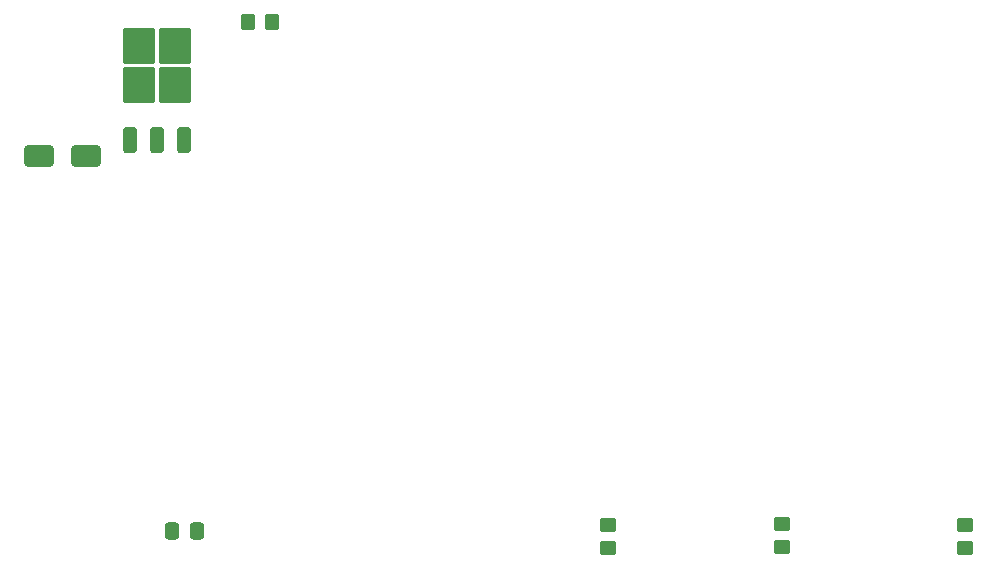
<source format=gbr>
%TF.GenerationSoftware,KiCad,Pcbnew,8.0.7*%
%TF.CreationDate,2025-06-01T16:35:16+09:00*%
%TF.ProjectId,ESP32 RST Monitoring,45535033-3220-4525-9354-204d6f6e6974,rev?*%
%TF.SameCoordinates,Original*%
%TF.FileFunction,Paste,Bot*%
%TF.FilePolarity,Positive*%
%FSLAX46Y46*%
G04 Gerber Fmt 4.6, Leading zero omitted, Abs format (unit mm)*
G04 Created by KiCad (PCBNEW 8.0.7) date 2025-06-01 16:35:16*
%MOMM*%
%LPD*%
G01*
G04 APERTURE LIST*
G04 Aperture macros list*
%AMRoundRect*
0 Rectangle with rounded corners*
0 $1 Rounding radius*
0 $2 $3 $4 $5 $6 $7 $8 $9 X,Y pos of 4 corners*
0 Add a 4 corners polygon primitive as box body*
4,1,4,$2,$3,$4,$5,$6,$7,$8,$9,$2,$3,0*
0 Add four circle primitives for the rounded corners*
1,1,$1+$1,$2,$3*
1,1,$1+$1,$4,$5*
1,1,$1+$1,$6,$7*
1,1,$1+$1,$8,$9*
0 Add four rect primitives between the rounded corners*
20,1,$1+$1,$2,$3,$4,$5,0*
20,1,$1+$1,$4,$5,$6,$7,0*
20,1,$1+$1,$6,$7,$8,$9,0*
20,1,$1+$1,$8,$9,$2,$3,0*%
G04 Aperture macros list end*
%ADD10RoundRect,0.250000X1.000000X0.650000X-1.000000X0.650000X-1.000000X-0.650000X1.000000X-0.650000X0*%
%ADD11RoundRect,0.250000X0.350000X-0.850000X0.350000X0.850000X-0.350000X0.850000X-0.350000X-0.850000X0*%
%ADD12RoundRect,0.250000X1.125000X-1.275000X1.125000X1.275000X-1.125000X1.275000X-1.125000X-1.275000X0*%
%ADD13RoundRect,0.250000X-0.450000X0.350000X-0.450000X-0.350000X0.450000X-0.350000X0.450000X0.350000X0*%
%ADD14RoundRect,0.250000X0.337500X0.475000X-0.337500X0.475000X-0.337500X-0.475000X0.337500X-0.475000X0*%
%ADD15RoundRect,0.250000X0.350000X0.450000X-0.350000X0.450000X-0.350000X-0.450000X0.350000X-0.450000X0*%
G04 APERTURE END LIST*
D10*
%TO.C,D1*%
X114369600Y-83921600D03*
X110369600Y-83921600D03*
%TD*%
D11*
%TO.C,U1*%
X122707400Y-82600800D03*
X120427400Y-82600800D03*
D12*
X118902400Y-77975800D03*
X121952400Y-77975800D03*
X118902400Y-74625800D03*
X121952400Y-74625800D03*
D11*
X118147400Y-82600800D03*
%TD*%
D13*
%TO.C,R7*%
X188849000Y-115179600D03*
X188849000Y-117179600D03*
%TD*%
%TO.C,R5*%
X158572200Y-115159200D03*
X158572200Y-117159200D03*
%TD*%
D14*
%TO.C,C3*%
X123770300Y-115671600D03*
X121695300Y-115671600D03*
%TD*%
D13*
%TO.C,R6*%
X173355000Y-115078000D03*
X173355000Y-117078000D03*
%TD*%
D15*
%TO.C,R1*%
X130133600Y-72618600D03*
X128133600Y-72618600D03*
%TD*%
M02*

</source>
